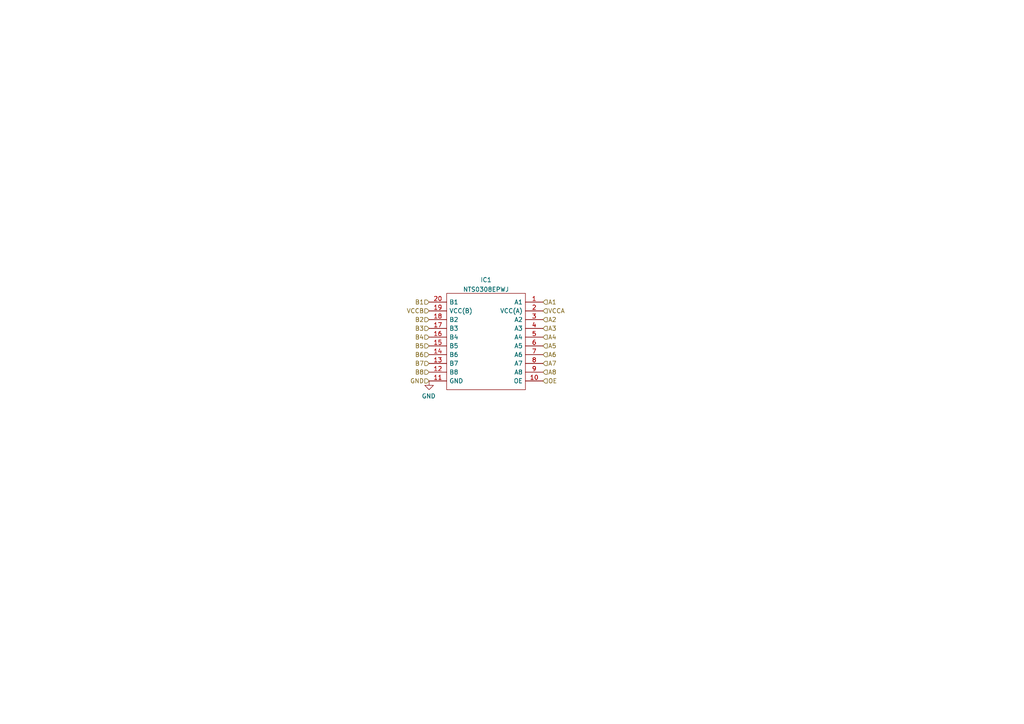
<source format=kicad_sch>
(kicad_sch (version 20211123) (generator eeschema)

  (uuid 9c2a29da-c83f-4ec8-bbcf-9d775812af04)

  (paper "A4")

  (lib_symbols
    (symbol "NTS0308EPWJ:NTS0308EPWJ" (pin_names (offset 0.762)) (in_bom yes) (on_board yes)
      (property "Reference" "IC" (id 0) (at 29.21 7.62 0)
        (effects (font (size 1.27 1.27)) (justify left))
      )
      (property "Value" "NTS0308EPWJ" (id 1) (at 29.21 5.08 0)
        (effects (font (size 1.27 1.27)) (justify left))
      )
      (property "Footprint" "SOP65P640X110-20N" (id 2) (at 29.21 2.54 0)
        (effects (font (size 1.27 1.27)) (justify left) hide)
      )
      (property "Datasheet" "https://www.mouser.de/datasheet/2/302/NTS0308E-1900565.pdf" (id 3) (at 29.21 0 0)
        (effects (font (size 1.27 1.27)) (justify left) hide)
      )
      (property "Description" "Translation - Voltage Levels Dual supply translating transceiver; open drain; auto direction sensing" (id 4) (at 29.21 -2.54 0)
        (effects (font (size 1.27 1.27)) (justify left) hide)
      )
      (property "Height" "1.1" (id 5) (at 29.21 -5.08 0)
        (effects (font (size 1.27 1.27)) (justify left) hide)
      )
      (property "Manufacturer_Name" "NXP" (id 6) (at 29.21 -7.62 0)
        (effects (font (size 1.27 1.27)) (justify left) hide)
      )
      (property "Manufacturer_Part_Number" "NTS0308EPWJ" (id 7) (at 29.21 -10.16 0)
        (effects (font (size 1.27 1.27)) (justify left) hide)
      )
      (property "Mouser Part Number" "771-NTS0308EPWJ" (id 8) (at 29.21 -12.7 0)
        (effects (font (size 1.27 1.27)) (justify left) hide)
      )
      (property "Mouser Price/Stock" "https://www.mouser.co.uk/ProductDetail/NXP-Semiconductors/NTS0308EPWJ?qs=sPbYRqrBIVmps0qDEa7kNw%3D%3D" (id 9) (at 29.21 -15.24 0)
        (effects (font (size 1.27 1.27)) (justify left) hide)
      )
      (property "Arrow Part Number" "NTS0308EPWJ" (id 10) (at 29.21 -17.78 0)
        (effects (font (size 1.27 1.27)) (justify left) hide)
      )
      (property "Arrow Price/Stock" "https://www.arrow.com/en/products/nts0308epwj/nxp-semiconductors?region=nac" (id 11) (at 29.21 -20.32 0)
        (effects (font (size 1.27 1.27)) (justify left) hide)
      )
      (property "ki_description" "Translation - Voltage Levels Dual supply translating transceiver; open drain; auto direction sensing" (id 12) (at 0 0 0)
        (effects (font (size 1.27 1.27)) hide)
      )
      (symbol "NTS0308EPWJ_0_0"
        (pin passive line (at 0 0 0) (length 5.08)
          (name "A1" (effects (font (size 1.27 1.27))))
          (number "1" (effects (font (size 1.27 1.27))))
        )
        (pin passive line (at 0 -22.86 0) (length 5.08)
          (name "OE" (effects (font (size 1.27 1.27))))
          (number "10" (effects (font (size 1.27 1.27))))
        )
        (pin passive line (at 33.02 -22.86 180) (length 5.08)
          (name "GND" (effects (font (size 1.27 1.27))))
          (number "11" (effects (font (size 1.27 1.27))))
        )
        (pin passive line (at 33.02 -20.32 180) (length 5.08)
          (name "B8" (effects (font (size 1.27 1.27))))
          (number "12" (effects (font (size 1.27 1.27))))
        )
        (pin passive line (at 33.02 -17.78 180) (length 5.08)
          (name "B7" (effects (font (size 1.27 1.27))))
          (number "13" (effects (font (size 1.27 1.27))))
        )
        (pin passive line (at 33.02 -15.24 180) (length 5.08)
          (name "B6" (effects (font (size 1.27 1.27))))
          (number "14" (effects (font (size 1.27 1.27))))
        )
        (pin passive line (at 33.02 -12.7 180) (length 5.08)
          (name "B5" (effects (font (size 1.27 1.27))))
          (number "15" (effects (font (size 1.27 1.27))))
        )
        (pin passive line (at 33.02 -10.16 180) (length 5.08)
          (name "B4" (effects (font (size 1.27 1.27))))
          (number "16" (effects (font (size 1.27 1.27))))
        )
        (pin passive line (at 33.02 -7.62 180) (length 5.08)
          (name "B3" (effects (font (size 1.27 1.27))))
          (number "17" (effects (font (size 1.27 1.27))))
        )
        (pin passive line (at 33.02 -5.08 180) (length 5.08)
          (name "B2" (effects (font (size 1.27 1.27))))
          (number "18" (effects (font (size 1.27 1.27))))
        )
        (pin passive line (at 33.02 -2.54 180) (length 5.08)
          (name "VCC(B)" (effects (font (size 1.27 1.27))))
          (number "19" (effects (font (size 1.27 1.27))))
        )
        (pin passive line (at 0 -2.54 0) (length 5.08)
          (name "VCC(A)" (effects (font (size 1.27 1.27))))
          (number "2" (effects (font (size 1.27 1.27))))
        )
        (pin passive line (at 33.02 0 180) (length 5.08)
          (name "B1" (effects (font (size 1.27 1.27))))
          (number "20" (effects (font (size 1.27 1.27))))
        )
        (pin passive line (at 0 -5.08 0) (length 5.08)
          (name "A2" (effects (font (size 1.27 1.27))))
          (number "3" (effects (font (size 1.27 1.27))))
        )
        (pin passive line (at 0 -7.62 0) (length 5.08)
          (name "A3" (effects (font (size 1.27 1.27))))
          (number "4" (effects (font (size 1.27 1.27))))
        )
        (pin passive line (at 0 -10.16 0) (length 5.08)
          (name "A4" (effects (font (size 1.27 1.27))))
          (number "5" (effects (font (size 1.27 1.27))))
        )
        (pin passive line (at 0 -12.7 0) (length 5.08)
          (name "A5" (effects (font (size 1.27 1.27))))
          (number "6" (effects (font (size 1.27 1.27))))
        )
        (pin passive line (at 0 -15.24 0) (length 5.08)
          (name "A6" (effects (font (size 1.27 1.27))))
          (number "7" (effects (font (size 1.27 1.27))))
        )
        (pin passive line (at 0 -17.78 0) (length 5.08)
          (name "A7" (effects (font (size 1.27 1.27))))
          (number "8" (effects (font (size 1.27 1.27))))
        )
        (pin passive line (at 0 -20.32 0) (length 5.08)
          (name "A8" (effects (font (size 1.27 1.27))))
          (number "9" (effects (font (size 1.27 1.27))))
        )
      )
      (symbol "NTS0308EPWJ_0_1"
        (polyline
          (pts
            (xy 5.08 2.54)
            (xy 27.94 2.54)
            (xy 27.94 -25.4)
            (xy 5.08 -25.4)
            (xy 5.08 2.54)
          )
          (stroke (width 0.1524) (type default) (color 0 0 0 0))
          (fill (type none))
        )
      )
    )
    (symbol "power:GND" (power) (pin_names (offset 0)) (in_bom yes) (on_board yes)
      (property "Reference" "#PWR" (id 0) (at 0 -6.35 0)
        (effects (font (size 1.27 1.27)) hide)
      )
      (property "Value" "GND" (id 1) (at 0 -3.81 0)
        (effects (font (size 1.27 1.27)))
      )
      (property "Footprint" "" (id 2) (at 0 0 0)
        (effects (font (size 1.27 1.27)) hide)
      )
      (property "Datasheet" "" (id 3) (at 0 0 0)
        (effects (font (size 1.27 1.27)) hide)
      )
      (property "ki_keywords" "power-flag" (id 4) (at 0 0 0)
        (effects (font (size 1.27 1.27)) hide)
      )
      (property "ki_description" "Power symbol creates a global label with name \"GND\" , ground" (id 5) (at 0 0 0)
        (effects (font (size 1.27 1.27)) hide)
      )
      (symbol "GND_0_1"
        (polyline
          (pts
            (xy 0 0)
            (xy 0 -1.27)
            (xy 1.27 -1.27)
            (xy 0 -2.54)
            (xy -1.27 -1.27)
            (xy 0 -1.27)
          )
          (stroke (width 0) (type default) (color 0 0 0 0))
          (fill (type none))
        )
      )
      (symbol "GND_1_1"
        (pin power_in line (at 0 0 270) (length 0) hide
          (name "GND" (effects (font (size 1.27 1.27))))
          (number "1" (effects (font (size 1.27 1.27))))
        )
      )
    )
  )


  (hierarchical_label "B2" (shape input) (at 124.46 92.71 180)
    (effects (font (size 1.27 1.27)) (justify right))
    (uuid 0b43a8fb-b3d3-4444-a4b0-cf952c07dcfe)
  )
  (hierarchical_label "B6" (shape input) (at 124.46 102.87 180)
    (effects (font (size 1.27 1.27)) (justify right))
    (uuid 1020b588-7eb0-4b70-bbff-c77a867c3142)
  )
  (hierarchical_label "GND" (shape input) (at 124.46 110.49 180)
    (effects (font (size 1.27 1.27)) (justify right))
    (uuid 36210d52-4f9a-42bc-a022-019a63c67fc2)
  )
  (hierarchical_label "B8" (shape input) (at 124.46 107.95 180)
    (effects (font (size 1.27 1.27)) (justify right))
    (uuid 3e147ce1-21a6-4e77-a3db-fd00d575cd22)
  )
  (hierarchical_label "VCCA" (shape input) (at 157.48 90.17 0)
    (effects (font (size 1.27 1.27)) (justify left))
    (uuid 53c2bbd0-8d92-4bb8-b9b5-4a4fcb02a107)
  )
  (hierarchical_label "B7" (shape input) (at 124.46 105.41 180)
    (effects (font (size 1.27 1.27)) (justify right))
    (uuid 5bb32dcb-8a97-4374-8a16-bc17822d4db3)
  )
  (hierarchical_label "A4" (shape input) (at 157.48 97.79 0)
    (effects (font (size 1.27 1.27)) (justify left))
    (uuid 617498ce-8469-4f4b-9f2b-09a2437561eb)
  )
  (hierarchical_label "VCCB" (shape input) (at 124.46 90.17 180)
    (effects (font (size 1.27 1.27)) (justify right))
    (uuid 67d6d490-a9a4-4ec7-8744-7c7abc821282)
  )
  (hierarchical_label "B3" (shape input) (at 124.46 95.25 180)
    (effects (font (size 1.27 1.27)) (justify right))
    (uuid 6df433d7-73cd-4877-8d2e-047853b9077c)
  )
  (hierarchical_label "A5" (shape input) (at 157.48 100.33 0)
    (effects (font (size 1.27 1.27)) (justify left))
    (uuid 7e90deb5-aef9-4d2b-a440-4cb0dbfaaa93)
  )
  (hierarchical_label "A6" (shape input) (at 157.48 102.87 0)
    (effects (font (size 1.27 1.27)) (justify left))
    (uuid 87a32952-c8e5-40ba-af1d-1a8829a6c906)
  )
  (hierarchical_label "A7" (shape input) (at 157.48 105.41 0)
    (effects (font (size 1.27 1.27)) (justify left))
    (uuid a8a389df-8d18-4e17-a74f-f60d5d77371e)
  )
  (hierarchical_label "B1" (shape input) (at 124.46 87.63 180)
    (effects (font (size 1.27 1.27)) (justify right))
    (uuid aa0e7fe7-e9c2-477f-bcb2-53a1ebd9e3a6)
  )
  (hierarchical_label "OE" (shape input) (at 157.48 110.49 0)
    (effects (font (size 1.27 1.27)) (justify left))
    (uuid c860c4e9-3ddd-4065-857c-b9aedc01e6ad)
  )
  (hierarchical_label "B4" (shape input) (at 124.46 97.79 180)
    (effects (font (size 1.27 1.27)) (justify right))
    (uuid d5b0938b-9efb-4b58-8ac4-d92da9ed2e30)
  )
  (hierarchical_label "A1" (shape input) (at 157.48 87.63 0)
    (effects (font (size 1.27 1.27)) (justify left))
    (uuid e1c71a89-4e45-4a56-a6ef-342af5f92d5c)
  )
  (hierarchical_label "A2" (shape input) (at 157.48 92.71 0)
    (effects (font (size 1.27 1.27)) (justify left))
    (uuid e20929e2-2c15-4a75-b1ed-9caa9bd27df7)
  )
  (hierarchical_label "A3" (shape input) (at 157.48 95.25 0)
    (effects (font (size 1.27 1.27)) (justify left))
    (uuid faa605d9-8c1c-4d31-b7c1-3dc31a22eb34)
  )
  (hierarchical_label "B5" (shape input) (at 124.46 100.33 180)
    (effects (font (size 1.27 1.27)) (justify right))
    (uuid fd146ca2-8fb8-4c71-9277-84f69bc5d3fc)
  )
  (hierarchical_label "A8" (shape input) (at 157.48 107.95 0)
    (effects (font (size 1.27 1.27)) (justify left))
    (uuid fe431a80-868e-482d-aa91-c96eb8387d6a)
  )

  (symbol (lib_id "power:GND") (at 124.46 110.49 0) (mirror y) (unit 1)
    (in_bom yes) (on_board yes)
    (uuid 00000000-0000-0000-0000-0000618e8c65)
    (property "Reference" "#PWR049" (id 0) (at 124.46 116.84 0)
      (effects (font (size 1.27 1.27)) hide)
    )
    (property "Value" "GND" (id 1) (at 124.333 114.8842 0))
    (property "Footprint" "" (id 2) (at 124.46 110.49 0)
      (effects (font (size 1.27 1.27)) hide)
    )
    (property "Datasheet" "" (id 3) (at 124.46 110.49 0)
      (effects (font (size 1.27 1.27)) hide)
    )
    (pin "1" (uuid a63fb1ee-0fb6-43c0-a439-b1d4a854010c))
  )

  (symbol (lib_id "NTS0308EPWJ:NTS0308EPWJ") (at 157.48 87.63 0) (mirror y) (unit 1)
    (in_bom yes) (on_board yes) (fields_autoplaced)
    (uuid 45cdfabe-b462-4925-9753-8b71731ad2ba)
    (property "Reference" "IC1" (id 0) (at 140.97 81.1743 0))
    (property "Value" "NTS0308EPWJ" (id 1) (at 140.97 83.9494 0))
    (property "Footprint" "NTS0308EPWJ:SOP65P640X110-20N" (id 2) (at 128.27 85.09 0)
      (effects (font (size 1.27 1.27)) (justify left) hide)
    )
    (property "Datasheet" "https://www.mouser.de/datasheet/2/302/NTS0308E-1900565.pdf" (id 3) (at 128.27 87.63 0)
      (effects (font (size 1.27 1.27)) (justify left) hide)
    )
    (property "Description" "Translation - Voltage Levels Dual supply translating transceiver; open drain; auto direction sensing" (id 4) (at 128.27 90.17 0)
      (effects (font (size 1.27 1.27)) (justify left) hide)
    )
    (property "Height" "1.1" (id 5) (at 128.27 92.71 0)
      (effects (font (size 1.27 1.27)) (justify left) hide)
    )
    (property "Manufacturer_Name" "NXP" (id 6) (at 128.27 95.25 0)
      (effects (font (size 1.27 1.27)) (justify left) hide)
    )
    (property "Manufacturer_Part_Number" "NTS0308EPWJ" (id 7) (at 128.27 97.79 0)
      (effects (font (size 1.27 1.27)) (justify left) hide)
    )
    (property "Mouser Part Number" "771-NTS0308EPWJ" (id 8) (at 128.27 100.33 0)
      (effects (font (size 1.27 1.27)) (justify left) hide)
    )
    (property "Mouser Price/Stock" "https://www.mouser.co.uk/ProductDetail/NXP-Semiconductors/NTS0308EPWJ?qs=sPbYRqrBIVmps0qDEa7kNw%3D%3D" (id 9) (at 128.27 102.87 0)
      (effects (font (size 1.27 1.27)) (justify left) hide)
    )
    (property "Arrow Part Number" "NTS0308EPWJ" (id 10) (at 128.27 105.41 0)
      (effects (font (size 1.27 1.27)) (justify left) hide)
    )
    (property "Arrow Price/Stock" "https://www.arrow.com/en/products/nts0308epwj/nxp-semiconductors?region=nac" (id 11) (at 128.27 107.95 0)
      (effects (font (size 1.27 1.27)) (justify left) hide)
    )
    (pin "1" (uuid cae9fa79-ad49-45fe-acd4-44cbf23d1226))
    (pin "10" (uuid a7468783-7697-4845-96eb-8f2608e9afdb))
    (pin "11" (uuid 8b6b50da-04b5-44c8-8848-8309a20f3e27))
    (pin "12" (uuid 61488d9b-d548-44e3-ac97-05866dcf19c9))
    (pin "13" (uuid 8a551871-3b3f-47ec-8a1f-30f965b5e274))
    (pin "14" (uuid 62c73294-b1b8-47da-91bb-0567aa6ab5b0))
    (pin "15" (uuid 7e4e3eca-4108-42f3-81bb-33a7237e6dfb))
    (pin "16" (uuid 607c53d2-4cca-43e6-aaca-3b2369c0a63f))
    (pin "17" (uuid 3983f3f3-f656-42b1-be80-8a6a5c8a9d46))
    (pin "18" (uuid 38df568f-6d5d-49d4-a8d7-54ebd79318ce))
    (pin "19" (uuid 6e0bc62d-ae68-46cf-8cb4-771609bb1237))
    (pin "2" (uuid a06f9fc4-7b75-4ba0-a858-becfe68645e9))
    (pin "20" (uuid 0efa6e6b-b7f9-418c-b350-65f4a12c2206))
    (pin "3" (uuid 797afe00-dfd0-492c-beaa-e9e7195c2aaa))
    (pin "4" (uuid 60fc6a9e-9cc8-4d73-9394-3c7dd5901021))
    (pin "5" (uuid 13ddd952-2d46-406d-a4e2-bd272ddb27be))
    (pin "6" (uuid 709d1842-a5f6-45da-9277-8c26d7ee43a6))
    (pin "7" (uuid c0dc032e-42c4-4aae-9cdd-6a48246c5080))
    (pin "8" (uuid 11999ef9-c161-4ced-a6ca-9d830b26f363))
    (pin "9" (uuid 5e4ab53e-2f36-43f6-9cda-c54cd8c1c117))
  )
)

</source>
